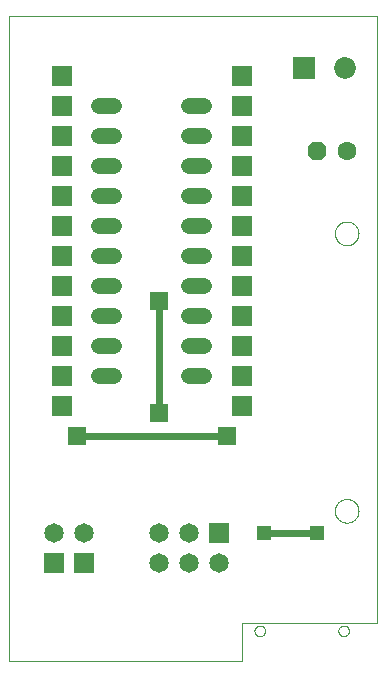
<source format=gtl>
G75*
%MOIN*%
%OFA0B0*%
%FSLAX25Y25*%
%IPPOS*%
%LPD*%
%AMOC8*
5,1,8,0,0,1.08239X$1,22.5*
%
%ADD10C,0.00000*%
%ADD11R,0.07000X0.07000*%
%ADD12C,0.05200*%
%ADD13R,0.07283X0.07283*%
%ADD14C,0.07283*%
%ADD15R,0.06500X0.06500*%
%ADD16C,0.06500*%
%ADD17OC8,0.06300*%
%ADD18C,0.06300*%
%ADD19R,0.05906X0.05906*%
%ADD20C,0.02400*%
%ADD21R,0.05000X0.05000*%
D10*
X0002200Y0006014D02*
X0079700Y0006014D01*
X0079700Y0018514D01*
X0124700Y0018514D01*
X0124700Y0221014D01*
X0124651Y0220974D02*
X0002200Y0220974D01*
X0002200Y0006014D01*
X0083952Y0016014D02*
X0083954Y0016098D01*
X0083960Y0016181D01*
X0083970Y0016264D01*
X0083984Y0016347D01*
X0084001Y0016429D01*
X0084023Y0016510D01*
X0084048Y0016589D01*
X0084077Y0016668D01*
X0084110Y0016745D01*
X0084146Y0016820D01*
X0084186Y0016894D01*
X0084229Y0016966D01*
X0084276Y0017035D01*
X0084326Y0017102D01*
X0084379Y0017167D01*
X0084435Y0017229D01*
X0084493Y0017289D01*
X0084555Y0017346D01*
X0084619Y0017399D01*
X0084686Y0017450D01*
X0084755Y0017497D01*
X0084826Y0017542D01*
X0084899Y0017582D01*
X0084974Y0017619D01*
X0085051Y0017653D01*
X0085129Y0017683D01*
X0085208Y0017709D01*
X0085289Y0017732D01*
X0085371Y0017750D01*
X0085453Y0017765D01*
X0085536Y0017776D01*
X0085619Y0017783D01*
X0085703Y0017786D01*
X0085787Y0017785D01*
X0085870Y0017780D01*
X0085954Y0017771D01*
X0086036Y0017758D01*
X0086118Y0017742D01*
X0086199Y0017721D01*
X0086280Y0017697D01*
X0086358Y0017669D01*
X0086436Y0017637D01*
X0086512Y0017601D01*
X0086586Y0017562D01*
X0086658Y0017520D01*
X0086728Y0017474D01*
X0086796Y0017425D01*
X0086861Y0017373D01*
X0086924Y0017318D01*
X0086984Y0017260D01*
X0087042Y0017199D01*
X0087096Y0017135D01*
X0087148Y0017069D01*
X0087196Y0017001D01*
X0087241Y0016930D01*
X0087282Y0016857D01*
X0087321Y0016783D01*
X0087355Y0016707D01*
X0087386Y0016629D01*
X0087413Y0016550D01*
X0087437Y0016469D01*
X0087456Y0016388D01*
X0087472Y0016306D01*
X0087484Y0016223D01*
X0087492Y0016139D01*
X0087496Y0016056D01*
X0087496Y0015972D01*
X0087492Y0015889D01*
X0087484Y0015805D01*
X0087472Y0015722D01*
X0087456Y0015640D01*
X0087437Y0015559D01*
X0087413Y0015478D01*
X0087386Y0015399D01*
X0087355Y0015321D01*
X0087321Y0015245D01*
X0087282Y0015171D01*
X0087241Y0015098D01*
X0087196Y0015027D01*
X0087148Y0014959D01*
X0087096Y0014893D01*
X0087042Y0014829D01*
X0086984Y0014768D01*
X0086924Y0014710D01*
X0086861Y0014655D01*
X0086796Y0014603D01*
X0086728Y0014554D01*
X0086658Y0014508D01*
X0086586Y0014466D01*
X0086512Y0014427D01*
X0086436Y0014391D01*
X0086358Y0014359D01*
X0086280Y0014331D01*
X0086199Y0014307D01*
X0086118Y0014286D01*
X0086036Y0014270D01*
X0085954Y0014257D01*
X0085870Y0014248D01*
X0085787Y0014243D01*
X0085703Y0014242D01*
X0085619Y0014245D01*
X0085536Y0014252D01*
X0085453Y0014263D01*
X0085371Y0014278D01*
X0085289Y0014296D01*
X0085208Y0014319D01*
X0085129Y0014345D01*
X0085051Y0014375D01*
X0084974Y0014409D01*
X0084899Y0014446D01*
X0084826Y0014486D01*
X0084755Y0014531D01*
X0084686Y0014578D01*
X0084619Y0014629D01*
X0084555Y0014682D01*
X0084493Y0014739D01*
X0084435Y0014799D01*
X0084379Y0014861D01*
X0084326Y0014926D01*
X0084276Y0014993D01*
X0084229Y0015062D01*
X0084186Y0015134D01*
X0084146Y0015208D01*
X0084110Y0015283D01*
X0084077Y0015360D01*
X0084048Y0015439D01*
X0084023Y0015518D01*
X0084001Y0015599D01*
X0083984Y0015681D01*
X0083970Y0015764D01*
X0083960Y0015847D01*
X0083954Y0015930D01*
X0083952Y0016014D01*
X0111904Y0016014D02*
X0111906Y0016098D01*
X0111912Y0016181D01*
X0111922Y0016264D01*
X0111936Y0016347D01*
X0111953Y0016429D01*
X0111975Y0016510D01*
X0112000Y0016589D01*
X0112029Y0016668D01*
X0112062Y0016745D01*
X0112098Y0016820D01*
X0112138Y0016894D01*
X0112181Y0016966D01*
X0112228Y0017035D01*
X0112278Y0017102D01*
X0112331Y0017167D01*
X0112387Y0017229D01*
X0112445Y0017289D01*
X0112507Y0017346D01*
X0112571Y0017399D01*
X0112638Y0017450D01*
X0112707Y0017497D01*
X0112778Y0017542D01*
X0112851Y0017582D01*
X0112926Y0017619D01*
X0113003Y0017653D01*
X0113081Y0017683D01*
X0113160Y0017709D01*
X0113241Y0017732D01*
X0113323Y0017750D01*
X0113405Y0017765D01*
X0113488Y0017776D01*
X0113571Y0017783D01*
X0113655Y0017786D01*
X0113739Y0017785D01*
X0113822Y0017780D01*
X0113906Y0017771D01*
X0113988Y0017758D01*
X0114070Y0017742D01*
X0114151Y0017721D01*
X0114232Y0017697D01*
X0114310Y0017669D01*
X0114388Y0017637D01*
X0114464Y0017601D01*
X0114538Y0017562D01*
X0114610Y0017520D01*
X0114680Y0017474D01*
X0114748Y0017425D01*
X0114813Y0017373D01*
X0114876Y0017318D01*
X0114936Y0017260D01*
X0114994Y0017199D01*
X0115048Y0017135D01*
X0115100Y0017069D01*
X0115148Y0017001D01*
X0115193Y0016930D01*
X0115234Y0016857D01*
X0115273Y0016783D01*
X0115307Y0016707D01*
X0115338Y0016629D01*
X0115365Y0016550D01*
X0115389Y0016469D01*
X0115408Y0016388D01*
X0115424Y0016306D01*
X0115436Y0016223D01*
X0115444Y0016139D01*
X0115448Y0016056D01*
X0115448Y0015972D01*
X0115444Y0015889D01*
X0115436Y0015805D01*
X0115424Y0015722D01*
X0115408Y0015640D01*
X0115389Y0015559D01*
X0115365Y0015478D01*
X0115338Y0015399D01*
X0115307Y0015321D01*
X0115273Y0015245D01*
X0115234Y0015171D01*
X0115193Y0015098D01*
X0115148Y0015027D01*
X0115100Y0014959D01*
X0115048Y0014893D01*
X0114994Y0014829D01*
X0114936Y0014768D01*
X0114876Y0014710D01*
X0114813Y0014655D01*
X0114748Y0014603D01*
X0114680Y0014554D01*
X0114610Y0014508D01*
X0114538Y0014466D01*
X0114464Y0014427D01*
X0114388Y0014391D01*
X0114310Y0014359D01*
X0114232Y0014331D01*
X0114151Y0014307D01*
X0114070Y0014286D01*
X0113988Y0014270D01*
X0113906Y0014257D01*
X0113822Y0014248D01*
X0113739Y0014243D01*
X0113655Y0014242D01*
X0113571Y0014245D01*
X0113488Y0014252D01*
X0113405Y0014263D01*
X0113323Y0014278D01*
X0113241Y0014296D01*
X0113160Y0014319D01*
X0113081Y0014345D01*
X0113003Y0014375D01*
X0112926Y0014409D01*
X0112851Y0014446D01*
X0112778Y0014486D01*
X0112707Y0014531D01*
X0112638Y0014578D01*
X0112571Y0014629D01*
X0112507Y0014682D01*
X0112445Y0014739D01*
X0112387Y0014799D01*
X0112331Y0014861D01*
X0112278Y0014926D01*
X0112228Y0014993D01*
X0112181Y0015062D01*
X0112138Y0015134D01*
X0112098Y0015208D01*
X0112062Y0015283D01*
X0112029Y0015360D01*
X0112000Y0015439D01*
X0111975Y0015518D01*
X0111953Y0015599D01*
X0111936Y0015681D01*
X0111922Y0015764D01*
X0111912Y0015847D01*
X0111906Y0015930D01*
X0111904Y0016014D01*
X0110763Y0056014D02*
X0110765Y0056139D01*
X0110771Y0056264D01*
X0110781Y0056388D01*
X0110795Y0056512D01*
X0110812Y0056636D01*
X0110834Y0056759D01*
X0110860Y0056881D01*
X0110889Y0057003D01*
X0110922Y0057123D01*
X0110960Y0057242D01*
X0111000Y0057361D01*
X0111045Y0057477D01*
X0111093Y0057592D01*
X0111145Y0057706D01*
X0111201Y0057818D01*
X0111260Y0057928D01*
X0111322Y0058036D01*
X0111388Y0058143D01*
X0111457Y0058247D01*
X0111530Y0058348D01*
X0111605Y0058448D01*
X0111684Y0058545D01*
X0111766Y0058639D01*
X0111851Y0058731D01*
X0111938Y0058820D01*
X0112029Y0058906D01*
X0112122Y0058989D01*
X0112218Y0059070D01*
X0112316Y0059147D01*
X0112416Y0059221D01*
X0112519Y0059292D01*
X0112624Y0059359D01*
X0112732Y0059424D01*
X0112841Y0059484D01*
X0112952Y0059542D01*
X0113065Y0059595D01*
X0113179Y0059645D01*
X0113295Y0059692D01*
X0113412Y0059734D01*
X0113531Y0059773D01*
X0113651Y0059809D01*
X0113772Y0059840D01*
X0113894Y0059868D01*
X0114016Y0059891D01*
X0114140Y0059911D01*
X0114264Y0059927D01*
X0114388Y0059939D01*
X0114513Y0059947D01*
X0114638Y0059951D01*
X0114762Y0059951D01*
X0114887Y0059947D01*
X0115012Y0059939D01*
X0115136Y0059927D01*
X0115260Y0059911D01*
X0115384Y0059891D01*
X0115506Y0059868D01*
X0115628Y0059840D01*
X0115749Y0059809D01*
X0115869Y0059773D01*
X0115988Y0059734D01*
X0116105Y0059692D01*
X0116221Y0059645D01*
X0116335Y0059595D01*
X0116448Y0059542D01*
X0116559Y0059484D01*
X0116669Y0059424D01*
X0116776Y0059359D01*
X0116881Y0059292D01*
X0116984Y0059221D01*
X0117084Y0059147D01*
X0117182Y0059070D01*
X0117278Y0058989D01*
X0117371Y0058906D01*
X0117462Y0058820D01*
X0117549Y0058731D01*
X0117634Y0058639D01*
X0117716Y0058545D01*
X0117795Y0058448D01*
X0117870Y0058348D01*
X0117943Y0058247D01*
X0118012Y0058143D01*
X0118078Y0058036D01*
X0118140Y0057928D01*
X0118199Y0057818D01*
X0118255Y0057706D01*
X0118307Y0057592D01*
X0118355Y0057477D01*
X0118400Y0057361D01*
X0118440Y0057242D01*
X0118478Y0057123D01*
X0118511Y0057003D01*
X0118540Y0056881D01*
X0118566Y0056759D01*
X0118588Y0056636D01*
X0118605Y0056512D01*
X0118619Y0056388D01*
X0118629Y0056264D01*
X0118635Y0056139D01*
X0118637Y0056014D01*
X0118635Y0055889D01*
X0118629Y0055764D01*
X0118619Y0055640D01*
X0118605Y0055516D01*
X0118588Y0055392D01*
X0118566Y0055269D01*
X0118540Y0055147D01*
X0118511Y0055025D01*
X0118478Y0054905D01*
X0118440Y0054786D01*
X0118400Y0054667D01*
X0118355Y0054551D01*
X0118307Y0054436D01*
X0118255Y0054322D01*
X0118199Y0054210D01*
X0118140Y0054100D01*
X0118078Y0053992D01*
X0118012Y0053885D01*
X0117943Y0053781D01*
X0117870Y0053680D01*
X0117795Y0053580D01*
X0117716Y0053483D01*
X0117634Y0053389D01*
X0117549Y0053297D01*
X0117462Y0053208D01*
X0117371Y0053122D01*
X0117278Y0053039D01*
X0117182Y0052958D01*
X0117084Y0052881D01*
X0116984Y0052807D01*
X0116881Y0052736D01*
X0116776Y0052669D01*
X0116668Y0052604D01*
X0116559Y0052544D01*
X0116448Y0052486D01*
X0116335Y0052433D01*
X0116221Y0052383D01*
X0116105Y0052336D01*
X0115988Y0052294D01*
X0115869Y0052255D01*
X0115749Y0052219D01*
X0115628Y0052188D01*
X0115506Y0052160D01*
X0115384Y0052137D01*
X0115260Y0052117D01*
X0115136Y0052101D01*
X0115012Y0052089D01*
X0114887Y0052081D01*
X0114762Y0052077D01*
X0114638Y0052077D01*
X0114513Y0052081D01*
X0114388Y0052089D01*
X0114264Y0052101D01*
X0114140Y0052117D01*
X0114016Y0052137D01*
X0113894Y0052160D01*
X0113772Y0052188D01*
X0113651Y0052219D01*
X0113531Y0052255D01*
X0113412Y0052294D01*
X0113295Y0052336D01*
X0113179Y0052383D01*
X0113065Y0052433D01*
X0112952Y0052486D01*
X0112841Y0052544D01*
X0112731Y0052604D01*
X0112624Y0052669D01*
X0112519Y0052736D01*
X0112416Y0052807D01*
X0112316Y0052881D01*
X0112218Y0052958D01*
X0112122Y0053039D01*
X0112029Y0053122D01*
X0111938Y0053208D01*
X0111851Y0053297D01*
X0111766Y0053389D01*
X0111684Y0053483D01*
X0111605Y0053580D01*
X0111530Y0053680D01*
X0111457Y0053781D01*
X0111388Y0053885D01*
X0111322Y0053992D01*
X0111260Y0054100D01*
X0111201Y0054210D01*
X0111145Y0054322D01*
X0111093Y0054436D01*
X0111045Y0054551D01*
X0111000Y0054667D01*
X0110960Y0054786D01*
X0110922Y0054905D01*
X0110889Y0055025D01*
X0110860Y0055147D01*
X0110834Y0055269D01*
X0110812Y0055392D01*
X0110795Y0055516D01*
X0110781Y0055640D01*
X0110771Y0055764D01*
X0110765Y0055889D01*
X0110763Y0056014D01*
X0110763Y0148514D02*
X0110765Y0148639D01*
X0110771Y0148764D01*
X0110781Y0148888D01*
X0110795Y0149012D01*
X0110812Y0149136D01*
X0110834Y0149259D01*
X0110860Y0149381D01*
X0110889Y0149503D01*
X0110922Y0149623D01*
X0110960Y0149742D01*
X0111000Y0149861D01*
X0111045Y0149977D01*
X0111093Y0150092D01*
X0111145Y0150206D01*
X0111201Y0150318D01*
X0111260Y0150428D01*
X0111322Y0150536D01*
X0111388Y0150643D01*
X0111457Y0150747D01*
X0111530Y0150848D01*
X0111605Y0150948D01*
X0111684Y0151045D01*
X0111766Y0151139D01*
X0111851Y0151231D01*
X0111938Y0151320D01*
X0112029Y0151406D01*
X0112122Y0151489D01*
X0112218Y0151570D01*
X0112316Y0151647D01*
X0112416Y0151721D01*
X0112519Y0151792D01*
X0112624Y0151859D01*
X0112732Y0151924D01*
X0112841Y0151984D01*
X0112952Y0152042D01*
X0113065Y0152095D01*
X0113179Y0152145D01*
X0113295Y0152192D01*
X0113412Y0152234D01*
X0113531Y0152273D01*
X0113651Y0152309D01*
X0113772Y0152340D01*
X0113894Y0152368D01*
X0114016Y0152391D01*
X0114140Y0152411D01*
X0114264Y0152427D01*
X0114388Y0152439D01*
X0114513Y0152447D01*
X0114638Y0152451D01*
X0114762Y0152451D01*
X0114887Y0152447D01*
X0115012Y0152439D01*
X0115136Y0152427D01*
X0115260Y0152411D01*
X0115384Y0152391D01*
X0115506Y0152368D01*
X0115628Y0152340D01*
X0115749Y0152309D01*
X0115869Y0152273D01*
X0115988Y0152234D01*
X0116105Y0152192D01*
X0116221Y0152145D01*
X0116335Y0152095D01*
X0116448Y0152042D01*
X0116559Y0151984D01*
X0116669Y0151924D01*
X0116776Y0151859D01*
X0116881Y0151792D01*
X0116984Y0151721D01*
X0117084Y0151647D01*
X0117182Y0151570D01*
X0117278Y0151489D01*
X0117371Y0151406D01*
X0117462Y0151320D01*
X0117549Y0151231D01*
X0117634Y0151139D01*
X0117716Y0151045D01*
X0117795Y0150948D01*
X0117870Y0150848D01*
X0117943Y0150747D01*
X0118012Y0150643D01*
X0118078Y0150536D01*
X0118140Y0150428D01*
X0118199Y0150318D01*
X0118255Y0150206D01*
X0118307Y0150092D01*
X0118355Y0149977D01*
X0118400Y0149861D01*
X0118440Y0149742D01*
X0118478Y0149623D01*
X0118511Y0149503D01*
X0118540Y0149381D01*
X0118566Y0149259D01*
X0118588Y0149136D01*
X0118605Y0149012D01*
X0118619Y0148888D01*
X0118629Y0148764D01*
X0118635Y0148639D01*
X0118637Y0148514D01*
X0118635Y0148389D01*
X0118629Y0148264D01*
X0118619Y0148140D01*
X0118605Y0148016D01*
X0118588Y0147892D01*
X0118566Y0147769D01*
X0118540Y0147647D01*
X0118511Y0147525D01*
X0118478Y0147405D01*
X0118440Y0147286D01*
X0118400Y0147167D01*
X0118355Y0147051D01*
X0118307Y0146936D01*
X0118255Y0146822D01*
X0118199Y0146710D01*
X0118140Y0146600D01*
X0118078Y0146492D01*
X0118012Y0146385D01*
X0117943Y0146281D01*
X0117870Y0146180D01*
X0117795Y0146080D01*
X0117716Y0145983D01*
X0117634Y0145889D01*
X0117549Y0145797D01*
X0117462Y0145708D01*
X0117371Y0145622D01*
X0117278Y0145539D01*
X0117182Y0145458D01*
X0117084Y0145381D01*
X0116984Y0145307D01*
X0116881Y0145236D01*
X0116776Y0145169D01*
X0116668Y0145104D01*
X0116559Y0145044D01*
X0116448Y0144986D01*
X0116335Y0144933D01*
X0116221Y0144883D01*
X0116105Y0144836D01*
X0115988Y0144794D01*
X0115869Y0144755D01*
X0115749Y0144719D01*
X0115628Y0144688D01*
X0115506Y0144660D01*
X0115384Y0144637D01*
X0115260Y0144617D01*
X0115136Y0144601D01*
X0115012Y0144589D01*
X0114887Y0144581D01*
X0114762Y0144577D01*
X0114638Y0144577D01*
X0114513Y0144581D01*
X0114388Y0144589D01*
X0114264Y0144601D01*
X0114140Y0144617D01*
X0114016Y0144637D01*
X0113894Y0144660D01*
X0113772Y0144688D01*
X0113651Y0144719D01*
X0113531Y0144755D01*
X0113412Y0144794D01*
X0113295Y0144836D01*
X0113179Y0144883D01*
X0113065Y0144933D01*
X0112952Y0144986D01*
X0112841Y0145044D01*
X0112731Y0145104D01*
X0112624Y0145169D01*
X0112519Y0145236D01*
X0112416Y0145307D01*
X0112316Y0145381D01*
X0112218Y0145458D01*
X0112122Y0145539D01*
X0112029Y0145622D01*
X0111938Y0145708D01*
X0111851Y0145797D01*
X0111766Y0145889D01*
X0111684Y0145983D01*
X0111605Y0146080D01*
X0111530Y0146180D01*
X0111457Y0146281D01*
X0111388Y0146385D01*
X0111322Y0146492D01*
X0111260Y0146600D01*
X0111201Y0146710D01*
X0111145Y0146822D01*
X0111093Y0146936D01*
X0111045Y0147051D01*
X0111000Y0147167D01*
X0110960Y0147286D01*
X0110922Y0147405D01*
X0110889Y0147525D01*
X0110860Y0147647D01*
X0110834Y0147769D01*
X0110812Y0147892D01*
X0110795Y0148016D01*
X0110781Y0148140D01*
X0110771Y0148264D01*
X0110765Y0148389D01*
X0110763Y0148514D01*
D11*
X0079700Y0151014D03*
X0079700Y0161014D03*
X0079700Y0171014D03*
X0079700Y0181014D03*
X0079700Y0191014D03*
X0079700Y0201014D03*
X0079700Y0141014D03*
X0079700Y0131014D03*
X0079700Y0121014D03*
X0079700Y0111014D03*
X0079700Y0101014D03*
X0079700Y0091014D03*
X0019700Y0091014D03*
X0019700Y0101014D03*
X0019700Y0111014D03*
X0019700Y0121014D03*
X0019700Y0131014D03*
X0019700Y0141014D03*
X0019700Y0151014D03*
X0019700Y0161014D03*
X0019700Y0171014D03*
X0019700Y0181014D03*
X0019700Y0191014D03*
X0019700Y0201014D03*
D12*
X0032100Y0191014D02*
X0037300Y0191014D01*
X0037300Y0181014D02*
X0032100Y0181014D01*
X0032100Y0171014D02*
X0037300Y0171014D01*
X0037300Y0161014D02*
X0032100Y0161014D01*
X0032100Y0151014D02*
X0037300Y0151014D01*
X0037300Y0141014D02*
X0032100Y0141014D01*
X0032100Y0131014D02*
X0037300Y0131014D01*
X0037300Y0121014D02*
X0032100Y0121014D01*
X0032100Y0111014D02*
X0037300Y0111014D01*
X0037300Y0101014D02*
X0032100Y0101014D01*
X0062100Y0101014D02*
X0067300Y0101014D01*
X0067300Y0111014D02*
X0062100Y0111014D01*
X0062100Y0121014D02*
X0067300Y0121014D01*
X0067300Y0131014D02*
X0062100Y0131014D01*
X0062100Y0141014D02*
X0067300Y0141014D01*
X0067300Y0151014D02*
X0062100Y0151014D01*
X0062100Y0161014D02*
X0067300Y0161014D01*
X0067300Y0171014D02*
X0062100Y0171014D01*
X0062100Y0181014D02*
X0067300Y0181014D01*
X0067300Y0191014D02*
X0062100Y0191014D01*
D13*
X0100310Y0203514D03*
D14*
X0114090Y0203514D03*
D15*
X0072200Y0048514D03*
X0027200Y0038514D03*
X0017200Y0038514D03*
D16*
X0017200Y0048514D03*
X0027200Y0048514D03*
X0052200Y0048514D03*
X0052200Y0038514D03*
X0062200Y0038514D03*
X0062200Y0048514D03*
X0072200Y0038514D03*
D17*
X0104700Y0176014D03*
D18*
X0114700Y0176014D03*
D19*
X0052200Y0126014D03*
X0052200Y0088514D03*
X0074700Y0081014D03*
X0024700Y0081014D03*
D20*
X0074700Y0081014D01*
X0052200Y0088514D02*
X0052200Y0126014D01*
X0087200Y0048514D02*
X0104700Y0048514D01*
D21*
X0104700Y0048514D03*
X0087200Y0048514D03*
M02*

</source>
